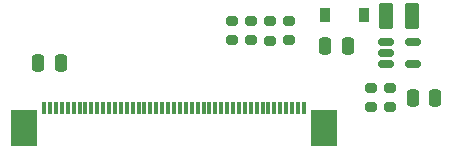
<source format=gbr>
%TF.GenerationSoftware,KiCad,Pcbnew,6.0.5+dfsg-1*%
%TF.CreationDate,2022-06-12T19:51:58+08:00*%
%TF.ProjectId,pcb-backbox,7063622d-6261-4636-9b62-6f782e6b6963,rev?*%
%TF.SameCoordinates,Original*%
%TF.FileFunction,Paste,Top*%
%TF.FilePolarity,Positive*%
%FSLAX46Y46*%
G04 Gerber Fmt 4.6, Leading zero omitted, Abs format (unit mm)*
G04 Created by KiCad (PCBNEW 6.0.5+dfsg-1) date 2022-06-12 19:51:58*
%MOMM*%
%LPD*%
G01*
G04 APERTURE LIST*
G04 Aperture macros list*
%AMRoundRect*
0 Rectangle with rounded corners*
0 $1 Rounding radius*
0 $2 $3 $4 $5 $6 $7 $8 $9 X,Y pos of 4 corners*
0 Add a 4 corners polygon primitive as box body*
4,1,4,$2,$3,$4,$5,$6,$7,$8,$9,$2,$3,0*
0 Add four circle primitives for the rounded corners*
1,1,$1+$1,$2,$3*
1,1,$1+$1,$4,$5*
1,1,$1+$1,$6,$7*
1,1,$1+$1,$8,$9*
0 Add four rect primitives between the rounded corners*
20,1,$1+$1,$2,$3,$4,$5,0*
20,1,$1+$1,$4,$5,$6,$7,0*
20,1,$1+$1,$6,$7,$8,$9,0*
20,1,$1+$1,$8,$9,$2,$3,0*%
G04 Aperture macros list end*
%ADD10RoundRect,0.200000X-0.275000X0.200000X-0.275000X-0.200000X0.275000X-0.200000X0.275000X0.200000X0*%
%ADD11R,0.300000X1.100000*%
%ADD12R,2.300000X3.100000*%
%ADD13RoundRect,0.200000X0.275000X-0.200000X0.275000X0.200000X-0.275000X0.200000X-0.275000X-0.200000X0*%
%ADD14RoundRect,0.250000X0.250000X0.475000X-0.250000X0.475000X-0.250000X-0.475000X0.250000X-0.475000X0*%
%ADD15RoundRect,0.150000X-0.512500X-0.150000X0.512500X-0.150000X0.512500X0.150000X-0.512500X0.150000X0*%
%ADD16RoundRect,0.250000X-0.250000X-0.475000X0.250000X-0.475000X0.250000X0.475000X-0.250000X0.475000X0*%
%ADD17RoundRect,0.250000X0.375000X0.850000X-0.375000X0.850000X-0.375000X-0.850000X0.375000X-0.850000X0*%
%ADD18R,0.900000X1.200000*%
G04 APERTURE END LIST*
D10*
%TO.C,R5*%
X137050000Y-65025000D03*
X137050000Y-66675000D03*
%TD*%
D11*
%TO.C,LCD1*%
X119550000Y-72400000D03*
X120050000Y-72400000D03*
X120550000Y-72400000D03*
X121050000Y-72400000D03*
X121550000Y-72400000D03*
X122050000Y-72400000D03*
X122550000Y-72400000D03*
X123050000Y-72400000D03*
X123550000Y-72400000D03*
X124050000Y-72400000D03*
X124550000Y-72400000D03*
X125050000Y-72400000D03*
X125550000Y-72400000D03*
X126050000Y-72400000D03*
X126550000Y-72400000D03*
X127050000Y-72400000D03*
X127550000Y-72400000D03*
X128050000Y-72400000D03*
X128550000Y-72400000D03*
X129050000Y-72400000D03*
X129550000Y-72400000D03*
X130050000Y-72400000D03*
X130550000Y-72400000D03*
X131050000Y-72400000D03*
X131550000Y-72400000D03*
X132050000Y-72400000D03*
X132550000Y-72400000D03*
X133050000Y-72400000D03*
X133550000Y-72400000D03*
X134050000Y-72400000D03*
X134550000Y-72400000D03*
X135050000Y-72400000D03*
X135550000Y-72400000D03*
X136050000Y-72400000D03*
X136550000Y-72400000D03*
X137050000Y-72400000D03*
X137550000Y-72400000D03*
X138050000Y-72400000D03*
X138550000Y-72400000D03*
X139050000Y-72400000D03*
X139550000Y-72400000D03*
X140050000Y-72400000D03*
X140550000Y-72400000D03*
X141050000Y-72400000D03*
X141550000Y-72400000D03*
D12*
X143220000Y-74100000D03*
X117880000Y-74100000D03*
%TD*%
D13*
%TO.C,R2*%
X147250000Y-72325000D03*
X147250000Y-70675000D03*
%TD*%
D10*
%TO.C,R6*%
X135450000Y-65025000D03*
X135450000Y-66675000D03*
%TD*%
%TO.C,R4*%
X138650000Y-65050000D03*
X138650000Y-66700000D03*
%TD*%
D14*
%TO.C,C3*%
X120950000Y-68600000D03*
X119050000Y-68600000D03*
%TD*%
D15*
%TO.C,U1*%
X148512500Y-66800000D03*
X148512500Y-67750000D03*
X148512500Y-68700000D03*
X150787500Y-68700000D03*
X150787500Y-66800000D03*
%TD*%
D16*
%TO.C,C2*%
X143350000Y-67125000D03*
X145250000Y-67125000D03*
%TD*%
D10*
%TO.C,R3*%
X140250000Y-65025000D03*
X140250000Y-66675000D03*
%TD*%
D16*
%TO.C,C1*%
X150750000Y-71550000D03*
X152650000Y-71550000D03*
%TD*%
D17*
%TO.C,L1*%
X150675000Y-64600000D03*
X148525000Y-64600000D03*
%TD*%
D10*
%TO.C,R1*%
X148825000Y-70675000D03*
X148825000Y-72325000D03*
%TD*%
D18*
%TO.C,D1*%
X143350000Y-64525000D03*
X146650000Y-64525000D03*
%TD*%
M02*

</source>
